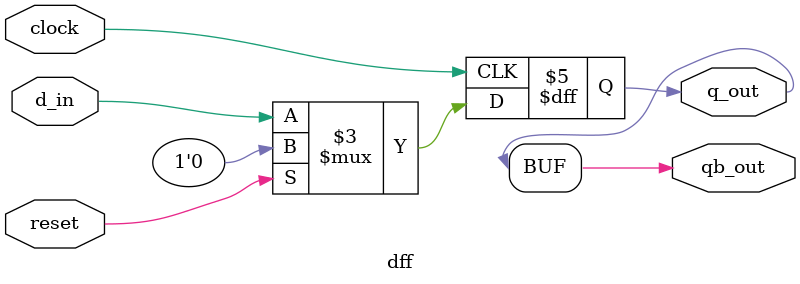
<source format=v>
/********************************************************************************************
Copyright 2019 - Maven Silicon Softech Pvt Ltd. 
 
All Rights Reserved.

This source code is an unpublished work belongs to Maven Silicon Softech Pvt Ltd.

It is not to be shared with or used by any third parties who have not enrolled for our paid training 

courses or received any written authorization from Maven Silicon.


Webpage     :      www.maven-silicon.com

Filename    :	   dff.v   

Description :      Delay Flipflop

Author Name :      Susmita

Version     :      1.0
*********************************************************************************************/
 
module dff(clock,
	   reset,
	   d_in,
	   q_out,
	   qb_out);

   //Step1 : Declare Port Directions

   input clock,reset,d_in;
   output reg q_out;
   output qb_out;

   /*Understand the Behaviour of D flip-flop &
   check the coding style of synchronous reset*/

   always@(posedge clock)
      begin
	 if(reset)
	    q_out <= 1'b0;
	 else
	    q_out <= d_in;
      end

   //Step2 : Write the logic for Qbar
   assign qb_out=q_out;				
				 
endmodule          



</source>
